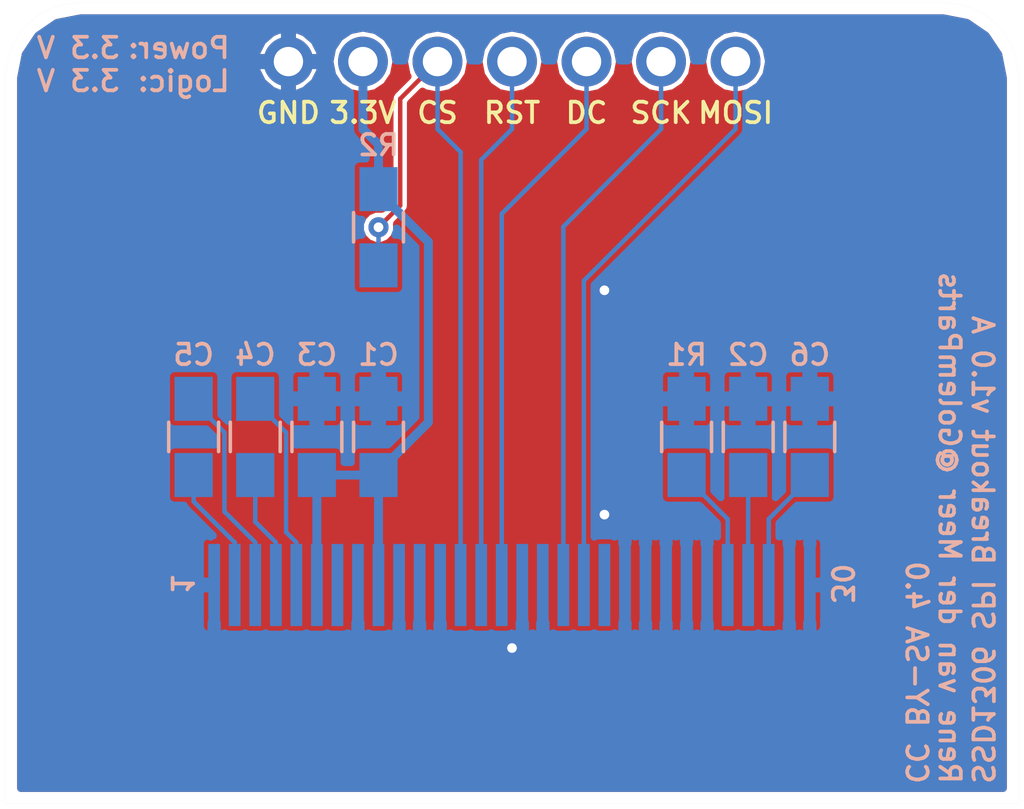
<source format=kicad_pcb>
(kicad_pcb (version 4) (host pcbnew 4.0.5)

  (general
    (links 40)
    (no_connects 0)
    (area 160.3 100.714266 195.200001 131.200001)
    (thickness 1.6002)
    (drawings 22)
    (tracks 74)
    (zones 0)
    (modules 13)
    (nets 15)
  )

  (page A4)
  (title_block
    (title "SSD1306 SPI Breakout v1.0")
    (date 2017-02-08)
    (rev A)
    (company "Rene van der Meer / rene@golemparts.com / @GolemParts")
    (comment 2 https://creativecommons.org/licenses/by-sa/4.0/.)
    (comment 3 "License. To view a copy of this license, visit")
    (comment 4 "This work is licensed under the Creative Commons Attribution-ShareAlike 4.0 International")
  )

  (layers
    (0 Top signal)
    (31 Bottom signal)
    (34 B.Paste user)
    (35 F.Paste user)
    (36 B.SilkS user)
    (37 F.SilkS user)
    (38 B.Mask user)
    (39 F.Mask user)
    (41 Cmts.User user)
    (44 Edge.Cuts user)
  )

  (setup
    (last_trace_width 0.1524)
    (user_trace_width 0.3048)
    (trace_clearance 0.1524)
    (zone_clearance 0.1524)
    (zone_45_only yes)
    (trace_min 0.1524)
    (segment_width 0.0254)
    (edge_width 0.0254)
    (via_size 0.6858)
    (via_drill 0.3302)
    (via_min_size 0.6858)
    (via_min_drill 0.3302)
    (uvia_size 0.762)
    (uvia_drill 0.508)
    (uvias_allowed no)
    (uvia_min_size 0)
    (uvia_min_drill 0)
    (pcb_text_width 0.3)
    (pcb_text_size 1.5 1.5)
    (mod_edge_width 0.15)
    (mod_text_size 1 1)
    (mod_text_width 0.15)
    (pad_size 0.6858 0.6858)
    (pad_drill 0.3302)
    (pad_to_mask_clearance 0.0762)
    (aux_axis_origin 0 0)
    (visible_elements FFFFFF7F)
    (pcbplotparams
      (layerselection 0x00030_80000001)
      (usegerberextensions false)
      (excludeedgelayer true)
      (linewidth 0.100000)
      (plotframeref false)
      (viasonmask false)
      (mode 1)
      (useauxorigin false)
      (hpglpennumber 1)
      (hpglpenspeed 20)
      (hpglpendiameter 15)
      (hpglpenoverlay 2)
      (psnegative false)
      (psa4output false)
      (plotreference true)
      (plotvalue true)
      (plotinvisibletext false)
      (padsonsilk false)
      (subtractmaskfromsilk false)
      (outputformat 1)
      (mirror false)
      (drillshape 1)
      (scaleselection 1)
      (outputdirectory ""))
  )

  (net 0 "")
  (net 1 +3V3)
  (net 2 GND)
  (net 3 "Net-(C2-Pad1)")
  (net 4 "Net-(C4-Pad1)")
  (net 5 "Net-(C4-Pad2)")
  (net 6 "Net-(C5-Pad1)")
  (net 7 "Net-(C5-Pad2)")
  (net 8 "Net-(C6-Pad1)")
  (net 9 /MOSI)
  (net 10 /SCK)
  (net 11 /OLED_CS)
  (net 12 /OLED_DC)
  (net 13 /OLED_RST)
  (net 14 "Net-(R1-Pad1)")

  (net_class Default "This is the default net class."
    (clearance 0.1524)
    (trace_width 0.1524)
    (via_dia 0.6858)
    (via_drill 0.3302)
    (uvia_dia 0.762)
    (uvia_drill 0.508)
    (add_net +3V3)
    (add_net /MOSI)
    (add_net /OLED_CS)
    (add_net /OLED_DC)
    (add_net /OLED_RST)
    (add_net /SCK)
    (add_net GND)
    (add_net "Net-(C2-Pad1)")
    (add_net "Net-(C4-Pad1)")
    (add_net "Net-(C4-Pad2)")
    (add_net "Net-(C5-Pad1)")
    (add_net "Net-(C5-Pad2)")
    (add_net "Net-(C6-Pad1)")
    (add_net "Net-(R1-Pad1)")
  )

  (module Golemparts:VIA-0.6mm (layer Top) (tedit 589FBBD2) (tstamp 589FBB98)
    (at 177.35 125.45)
    (fp_text reference REF** (at 0 1.27) (layer F.SilkS) hide
      (effects (font (size 1 1) (thickness 0.15)))
    )
    (fp_text value VIA-0.6mm (at 0 -1.27) (layer F.Fab) hide
      (effects (font (size 1 1) (thickness 0.15)))
    )
    (pad 1 thru_hole circle (at 0.4 0.25) (size 0.6858 0.6858) (drill 0.3302) (layers *.Cu)
      (net 2 GND) (zone_connect 2))
  )

  (module Golemparts:VIA-0.6mm (layer Top) (tedit 589F6A75) (tstamp 589FB957)
    (at 180.9 113.5)
    (fp_text reference REF** (at 0 1.27) (layer F.SilkS) hide
      (effects (font (size 1 1) (thickness 0.15)))
    )
    (fp_text value VIA-0.6mm (at 0 -1.27) (layer F.Fab) hide
      (effects (font (size 1 1) (thickness 0.15)))
    )
    (pad 1 thru_hole circle (at 0 0) (size 0.6858 0.6858) (drill 0.3302) (layers *.Cu)
      (net 2 GND) (zone_connect 2))
  )

  (module Golemparts:VIA-0.6mm (layer Top) (tedit 589FBB44) (tstamp 589FB571)
    (at 180.9 121.15)
    (fp_text reference REF** (at 0 1.27) (layer F.SilkS) hide
      (effects (font (size 1 1) (thickness 0.15)))
    )
    (fp_text value VIA-0.6mm (at 0 -1.27) (layer F.Fab) hide
      (effects (font (size 1 1) (thickness 0.15)))
    )
    (pad 1 thru_hole circle (at 0 0) (size 0.6858 0.6858) (drill 0.3302) (layers *.Cu)
      (net 2 GND) (zone_connect 2))
  )

  (module Golemparts:0805_HandSoldering (layer Bottom) (tedit 58A1D21F) (tstamp 589E05AF)
    (at 173.2 118.5 90)
    (descr "SMD 0805, hand soldering")
    (tags 0805)
    (path /5894825D)
    (attr smd)
    (fp_text reference C1 (at 2.8 0 180) (layer B.SilkS)
      (effects (font (size 0.7 0.7) (thickness 0.127)) (justify mirror))
    )
    (fp_text value 1µF (at 0 -2.1 90) (layer B.Fab) hide
      (effects (font (size 1 1) (thickness 0.15)) (justify mirror))
    )
    (fp_line (start -1 -0.625) (end -1 0.625) (layer B.Fab) (width 0.1))
    (fp_line (start 1 -0.625) (end -1 -0.625) (layer B.Fab) (width 0.1))
    (fp_line (start 1 0.625) (end 1 -0.625) (layer B.Fab) (width 0.1))
    (fp_line (start -1 0.625) (end 1 0.625) (layer B.Fab) (width 0.1))
    (fp_line (start -2.3 1) (end 2.3 1) (layer B.CrtYd) (width 0.05))
    (fp_line (start -2.3 -1) (end 2.3 -1) (layer B.CrtYd) (width 0.05))
    (fp_line (start -2.3 1) (end -2.3 -1) (layer B.CrtYd) (width 0.05))
    (fp_line (start 2.3 1) (end 2.3 -1) (layer B.CrtYd) (width 0.05))
    (fp_line (start 0.5 0.85) (end -0.5 0.85) (layer B.SilkS) (width 0.12))
    (fp_line (start -0.5 -0.85) (end 0.5 -0.85) (layer B.SilkS) (width 0.12))
    (pad 1 smd rect (at -1.3 0 90) (size 1.5 1.3) (layers Bottom B.Paste B.Mask)
      (net 1 +3V3))
    (pad 2 smd rect (at 1.3 0 90) (size 1.5 1.3) (layers Bottom B.Paste B.Mask)
      (net 2 GND))
    (model Capacitors_SMD.3dshapes/C_0805_HandSoldering.wrl
      (at (xyz 0 0 0))
      (scale (xyz 1 1 1))
      (rotate (xyz 0 0 0))
    )
  )

  (module Golemparts:0805_HandSoldering (layer Bottom) (tedit 58A1D213) (tstamp 589E05BE)
    (at 185.8 118.5 90)
    (descr "SMD 0805, hand soldering")
    (tags 0805)
    (path /58948287)
    (attr smd)
    (fp_text reference C2 (at 2.8 0 180) (layer B.SilkS)
      (effects (font (size 0.7 0.7) (thickness 0.127)) (justify mirror))
    )
    (fp_text value 2.2µF (at 0 -2.1 90) (layer B.Fab) hide
      (effects (font (size 1 1) (thickness 0.15)) (justify mirror))
    )
    (fp_line (start -1 -0.625) (end -1 0.625) (layer B.Fab) (width 0.1))
    (fp_line (start 1 -0.625) (end -1 -0.625) (layer B.Fab) (width 0.1))
    (fp_line (start 1 0.625) (end 1 -0.625) (layer B.Fab) (width 0.1))
    (fp_line (start -1 0.625) (end 1 0.625) (layer B.Fab) (width 0.1))
    (fp_line (start -2.3 1) (end 2.3 1) (layer B.CrtYd) (width 0.05))
    (fp_line (start -2.3 -1) (end 2.3 -1) (layer B.CrtYd) (width 0.05))
    (fp_line (start -2.3 1) (end -2.3 -1) (layer B.CrtYd) (width 0.05))
    (fp_line (start 2.3 1) (end 2.3 -1) (layer B.CrtYd) (width 0.05))
    (fp_line (start 0.5 0.85) (end -0.5 0.85) (layer B.SilkS) (width 0.12))
    (fp_line (start -0.5 -0.85) (end 0.5 -0.85) (layer B.SilkS) (width 0.12))
    (pad 1 smd rect (at -1.3 0 90) (size 1.5 1.3) (layers Bottom B.Paste B.Mask)
      (net 3 "Net-(C2-Pad1)"))
    (pad 2 smd rect (at 1.3 0 90) (size 1.5 1.3) (layers Bottom B.Paste B.Mask)
      (net 2 GND))
    (model Capacitors_SMD.3dshapes/C_0805_HandSoldering.wrl
      (at (xyz 0 0 0))
      (scale (xyz 1 1 1))
      (rotate (xyz 0 0 0))
    )
  )

  (module Golemparts:0805_HandSoldering (layer Bottom) (tedit 58A1D223) (tstamp 589E05CD)
    (at 171.1 118.5 90)
    (descr "SMD 0805, hand soldering")
    (tags 0805)
    (path /58948227)
    (attr smd)
    (fp_text reference C3 (at 2.8 0 180) (layer B.SilkS)
      (effects (font (size 0.7 0.7) (thickness 0.127)) (justify mirror))
    )
    (fp_text value 1µF (at 0 -2.1 90) (layer B.Fab) hide
      (effects (font (size 1 1) (thickness 0.15)) (justify mirror))
    )
    (fp_line (start -1 -0.625) (end -1 0.625) (layer B.Fab) (width 0.1))
    (fp_line (start 1 -0.625) (end -1 -0.625) (layer B.Fab) (width 0.1))
    (fp_line (start 1 0.625) (end 1 -0.625) (layer B.Fab) (width 0.1))
    (fp_line (start -1 0.625) (end 1 0.625) (layer B.Fab) (width 0.1))
    (fp_line (start -2.3 1) (end 2.3 1) (layer B.CrtYd) (width 0.05))
    (fp_line (start -2.3 -1) (end 2.3 -1) (layer B.CrtYd) (width 0.05))
    (fp_line (start -2.3 1) (end -2.3 -1) (layer B.CrtYd) (width 0.05))
    (fp_line (start 2.3 1) (end 2.3 -1) (layer B.CrtYd) (width 0.05))
    (fp_line (start 0.5 0.85) (end -0.5 0.85) (layer B.SilkS) (width 0.12))
    (fp_line (start -0.5 -0.85) (end 0.5 -0.85) (layer B.SilkS) (width 0.12))
    (pad 1 smd rect (at -1.3 0 90) (size 1.5 1.3) (layers Bottom B.Paste B.Mask)
      (net 1 +3V3))
    (pad 2 smd rect (at 1.3 0 90) (size 1.5 1.3) (layers Bottom B.Paste B.Mask)
      (net 2 GND))
    (model Capacitors_SMD.3dshapes/C_0805_HandSoldering.wrl
      (at (xyz 0 0 0))
      (scale (xyz 1 1 1))
      (rotate (xyz 0 0 0))
    )
  )

  (module Golemparts:0805_HandSoldering (layer Bottom) (tedit 58A1D228) (tstamp 589E05DC)
    (at 169 118.5 90)
    (descr "SMD 0805, hand soldering")
    (tags 0805)
    (path /58948281)
    (attr smd)
    (fp_text reference C4 (at 2.8 0 180) (layer B.SilkS)
      (effects (font (size 0.7 0.7) (thickness 0.127)) (justify mirror))
    )
    (fp_text value 1µF (at 0 -2.1 90) (layer B.Fab) hide
      (effects (font (size 1 1) (thickness 0.15)) (justify mirror))
    )
    (fp_line (start -1 -0.625) (end -1 0.625) (layer B.Fab) (width 0.1))
    (fp_line (start 1 -0.625) (end -1 -0.625) (layer B.Fab) (width 0.1))
    (fp_line (start 1 0.625) (end 1 -0.625) (layer B.Fab) (width 0.1))
    (fp_line (start -1 0.625) (end 1 0.625) (layer B.Fab) (width 0.1))
    (fp_line (start -2.3 1) (end 2.3 1) (layer B.CrtYd) (width 0.05))
    (fp_line (start -2.3 -1) (end 2.3 -1) (layer B.CrtYd) (width 0.05))
    (fp_line (start -2.3 1) (end -2.3 -1) (layer B.CrtYd) (width 0.05))
    (fp_line (start 2.3 1) (end 2.3 -1) (layer B.CrtYd) (width 0.05))
    (fp_line (start 0.5 0.85) (end -0.5 0.85) (layer B.SilkS) (width 0.12))
    (fp_line (start -0.5 -0.85) (end 0.5 -0.85) (layer B.SilkS) (width 0.12))
    (pad 1 smd rect (at -1.3 0 90) (size 1.5 1.3) (layers Bottom B.Paste B.Mask)
      (net 4 "Net-(C4-Pad1)"))
    (pad 2 smd rect (at 1.3 0 90) (size 1.5 1.3) (layers Bottom B.Paste B.Mask)
      (net 5 "Net-(C4-Pad2)"))
    (model Capacitors_SMD.3dshapes/C_0805_HandSoldering.wrl
      (at (xyz 0 0 0))
      (scale (xyz 1 1 1))
      (rotate (xyz 0 0 0))
    )
  )

  (module Golemparts:0805_HandSoldering (layer Bottom) (tedit 58A1D20D) (tstamp 589E05EB)
    (at 166.9 118.5 90)
    (descr "SMD 0805, hand soldering")
    (tags 0805)
    (path /589482B5)
    (attr smd)
    (fp_text reference C5 (at 2.8 0 180) (layer B.SilkS)
      (effects (font (size 0.7 0.7) (thickness 0.127)) (justify mirror))
    )
    (fp_text value 1µF (at 0 -2.1 90) (layer B.Fab) hide
      (effects (font (size 1 1) (thickness 0.15)) (justify mirror))
    )
    (fp_line (start -1 -0.625) (end -1 0.625) (layer B.Fab) (width 0.1))
    (fp_line (start 1 -0.625) (end -1 -0.625) (layer B.Fab) (width 0.1))
    (fp_line (start 1 0.625) (end 1 -0.625) (layer B.Fab) (width 0.1))
    (fp_line (start -1 0.625) (end 1 0.625) (layer B.Fab) (width 0.1))
    (fp_line (start -2.3 1) (end 2.3 1) (layer B.CrtYd) (width 0.05))
    (fp_line (start -2.3 -1) (end 2.3 -1) (layer B.CrtYd) (width 0.05))
    (fp_line (start -2.3 1) (end -2.3 -1) (layer B.CrtYd) (width 0.05))
    (fp_line (start 2.3 1) (end 2.3 -1) (layer B.CrtYd) (width 0.05))
    (fp_line (start 0.5 0.85) (end -0.5 0.85) (layer B.SilkS) (width 0.12))
    (fp_line (start -0.5 -0.85) (end 0.5 -0.85) (layer B.SilkS) (width 0.12))
    (pad 1 smd rect (at -1.3 0 90) (size 1.5 1.3) (layers Bottom B.Paste B.Mask)
      (net 6 "Net-(C5-Pad1)"))
    (pad 2 smd rect (at 1.3 0 90) (size 1.5 1.3) (layers Bottom B.Paste B.Mask)
      (net 7 "Net-(C5-Pad2)"))
    (model Capacitors_SMD.3dshapes/C_0805_HandSoldering.wrl
      (at (xyz 0 0 0))
      (scale (xyz 1 1 1))
      (rotate (xyz 0 0 0))
    )
  )

  (module Golemparts:0805_HandSoldering (layer Bottom) (tedit 58A1D218) (tstamp 589E05FA)
    (at 187.9 118.5 90)
    (descr "SMD 0805, hand soldering")
    (tags 0805)
    (path /589482BB)
    (attr smd)
    (fp_text reference C6 (at 2.8 0 180) (layer B.SilkS)
      (effects (font (size 0.7 0.7) (thickness 0.127)) (justify mirror))
    )
    (fp_text value 4.7µF (at 0 -2.1 90) (layer B.Fab) hide
      (effects (font (size 1 1) (thickness 0.15)) (justify mirror))
    )
    (fp_line (start -1 -0.625) (end -1 0.625) (layer B.Fab) (width 0.1))
    (fp_line (start 1 -0.625) (end -1 -0.625) (layer B.Fab) (width 0.1))
    (fp_line (start 1 0.625) (end 1 -0.625) (layer B.Fab) (width 0.1))
    (fp_line (start -1 0.625) (end 1 0.625) (layer B.Fab) (width 0.1))
    (fp_line (start -2.3 1) (end 2.3 1) (layer B.CrtYd) (width 0.05))
    (fp_line (start -2.3 -1) (end 2.3 -1) (layer B.CrtYd) (width 0.05))
    (fp_line (start -2.3 1) (end -2.3 -1) (layer B.CrtYd) (width 0.05))
    (fp_line (start 2.3 1) (end 2.3 -1) (layer B.CrtYd) (width 0.05))
    (fp_line (start 0.5 0.85) (end -0.5 0.85) (layer B.SilkS) (width 0.12))
    (fp_line (start -0.5 -0.85) (end 0.5 -0.85) (layer B.SilkS) (width 0.12))
    (pad 1 smd rect (at -1.3 0 90) (size 1.5 1.3) (layers Bottom B.Paste B.Mask)
      (net 8 "Net-(C6-Pad1)"))
    (pad 2 smd rect (at 1.3 0 90) (size 1.5 1.3) (layers Bottom B.Paste B.Mask)
      (net 2 GND))
    (model Capacitors_SMD.3dshapes/C_0805_HandSoldering.wrl
      (at (xyz 0 0 0))
      (scale (xyz 1 1 1))
      (rotate (xyz 0 0 0))
    )
  )

  (module Golemparts:0805_HandSoldering (layer Bottom) (tedit 58A1D209) (tstamp 589E0609)
    (at 183.7 118.5 90)
    (descr "SMD 0805, hand soldering")
    (tags 0805)
    (path /58948127)
    (attr smd)
    (fp_text reference R1 (at 2.8 0 180) (layer B.SilkS)
      (effects (font (size 0.7 0.7) (thickness 0.127)) (justify mirror))
    )
    (fp_text value 390k (at 0 -2.1 90) (layer B.Fab) hide
      (effects (font (size 1 1) (thickness 0.15)) (justify mirror))
    )
    (fp_line (start -1 -0.625) (end -1 0.625) (layer B.Fab) (width 0.1))
    (fp_line (start 1 -0.625) (end -1 -0.625) (layer B.Fab) (width 0.1))
    (fp_line (start 1 0.625) (end 1 -0.625) (layer B.Fab) (width 0.1))
    (fp_line (start -1 0.625) (end 1 0.625) (layer B.Fab) (width 0.1))
    (fp_line (start -2.3 1) (end 2.3 1) (layer B.CrtYd) (width 0.05))
    (fp_line (start -2.3 -1) (end 2.3 -1) (layer B.CrtYd) (width 0.05))
    (fp_line (start -2.3 1) (end -2.3 -1) (layer B.CrtYd) (width 0.05))
    (fp_line (start 2.3 1) (end 2.3 -1) (layer B.CrtYd) (width 0.05))
    (fp_line (start 0.5 0.85) (end -0.5 0.85) (layer B.SilkS) (width 0.12))
    (fp_line (start -0.5 -0.85) (end 0.5 -0.85) (layer B.SilkS) (width 0.12))
    (pad 1 smd rect (at -1.3 0 90) (size 1.5 1.3) (layers Bottom B.Paste B.Mask)
      (net 14 "Net-(R1-Pad1)"))
    (pad 2 smd rect (at 1.3 0 90) (size 1.5 1.3) (layers Bottom B.Paste B.Mask)
      (net 2 GND))
    (model Capacitors_SMD.3dshapes/C_0805_HandSoldering.wrl
      (at (xyz 0 0 0))
      (scale (xyz 1 1 1))
      (rotate (xyz 0 0 0))
    )
  )

  (module Golemparts:0805_HandSoldering (layer Bottom) (tedit 58A1D200) (tstamp 589E0618)
    (at 173.2 111.35 90)
    (descr "SMD 0805, hand soldering")
    (tags 0805)
    (path /589DA6EB)
    (attr smd)
    (fp_text reference R2 (at 2.8 0 180) (layer B.SilkS)
      (effects (font (size 0.7 0.7) (thickness 0.127)) (justify mirror))
    )
    (fp_text value 10k (at 0 -2.1 90) (layer B.Fab) hide
      (effects (font (size 1 1) (thickness 0.15)) (justify mirror))
    )
    (fp_line (start -1 -0.625) (end -1 0.625) (layer B.Fab) (width 0.1))
    (fp_line (start 1 -0.625) (end -1 -0.625) (layer B.Fab) (width 0.1))
    (fp_line (start 1 0.625) (end 1 -0.625) (layer B.Fab) (width 0.1))
    (fp_line (start -1 0.625) (end 1 0.625) (layer B.Fab) (width 0.1))
    (fp_line (start -2.3 1) (end 2.3 1) (layer B.CrtYd) (width 0.05))
    (fp_line (start -2.3 -1) (end 2.3 -1) (layer B.CrtYd) (width 0.05))
    (fp_line (start -2.3 1) (end -2.3 -1) (layer B.CrtYd) (width 0.05))
    (fp_line (start 2.3 1) (end 2.3 -1) (layer B.CrtYd) (width 0.05))
    (fp_line (start 0.5 0.85) (end -0.5 0.85) (layer B.SilkS) (width 0.12))
    (fp_line (start -0.5 -0.85) (end 0.5 -0.85) (layer B.SilkS) (width 0.12))
    (pad 1 smd rect (at -1.3 0 90) (size 1.5 1.3) (layers Bottom B.Paste B.Mask)
      (net 11 /OLED_CS))
    (pad 2 smd rect (at 1.3 0 90) (size 1.5 1.3) (layers Bottom B.Paste B.Mask)
      (net 1 +3V3))
    (model Capacitors_SMD.3dshapes/C_0805_HandSoldering.wrl
      (at (xyz 0 0 0))
      (scale (xyz 1 1 1))
      (rotate (xyz 0 0 0))
    )
  )

  (module Golemparts:Pin_Header_Straight_1x07_Pitch2.54mm (layer Top) (tedit 58A1D1FB) (tstamp 589DDD1D)
    (at 177.75 105.7 90)
    (descr "Through hole straight pin header, 1x07, 2.54mm pitch, single row")
    (tags "Through hole pin header THT 1x07 2.54mm single row")
    (path /5894BC72)
    (fp_text reference P1 (at 0 -10.414 90) (layer F.SilkS) hide
      (effects (font (size 1 1) (thickness 0.15)))
    )
    (fp_text value CONN_01X07 (at 0 10.16 90) (layer F.Fab) hide
      (effects (font (size 1 1) (thickness 0.15)))
    )
    (fp_line (start -1.27 -8.89) (end -1.27 8.89) (layer F.Fab) (width 0.1))
    (fp_line (start -1.27 8.89) (end 1.27 8.89) (layer F.Fab) (width 0.1))
    (fp_line (start 1.27 8.89) (end 1.27 -8.89) (layer F.Fab) (width 0.1))
    (fp_line (start 1.27 -8.89) (end -1.27 -8.89) (layer F.Fab) (width 0.1))
    (fp_line (start -1.524 -9.144) (end -1.524 9.144) (layer F.CrtYd) (width 0.05))
    (fp_line (start -1.524 9.144) (end 1.524 9.144) (layer F.CrtYd) (width 0.05))
    (fp_line (start 1.524 9.144) (end 1.524 -9.144) (layer F.CrtYd) (width 0.05))
    (fp_line (start 1.524 -9.144) (end -1.524 -9.144) (layer F.CrtYd) (width 0.05))
    (pad 1 thru_hole oval (at 0 -7.62 90) (size 1.7 1.7) (drill 1) (layers *.Cu *.Mask)
      (net 2 GND))
    (pad 2 thru_hole oval (at 0 -5.08 90) (size 1.7 1.7) (drill 1) (layers *.Cu *.Mask)
      (net 1 +3V3))
    (pad 3 thru_hole oval (at 0 -2.54 90) (size 1.7 1.7) (drill 1) (layers *.Cu *.Mask)
      (net 11 /OLED_CS))
    (pad 4 thru_hole oval (at 0 0 90) (size 1.7 1.7) (drill 1) (layers *.Cu *.Mask)
      (net 13 /OLED_RST))
    (pad 5 thru_hole oval (at 0 2.54 90) (size 1.7 1.7) (drill 1) (layers *.Cu *.Mask)
      (net 12 /OLED_DC))
    (pad 6 thru_hole oval (at 0 5.08 90) (size 1.7 1.7) (drill 1) (layers *.Cu *.Mask)
      (net 10 /SCK))
    (pad 7 thru_hole oval (at 0 7.62 90) (size 1.7 1.7) (drill 1) (layers *.Cu *.Mask)
      (net 9 /MOSI))
    (model Pin_Headers.3dshapes/Pin_Header_Straight_1x05_Pitch2.54mm.wrl
      (at (xyz 0 -0.2 0))
      (scale (xyz 1 1 1))
      (rotate (xyz 0 0 90))
    )
  )

  (module Golemparts:FPC30_0.7 (layer Bottom) (tedit 58A1DD26) (tstamp 589DCD29)
    (at 177.75 123.55)
    (tags "FPC FFC flat flex cable flexible printed circuit 30 0.7 mm")
    (path /58951FBF)
    (fp_text reference U1 (at 0.35 -3.81) (layer B.SilkS) hide
      (effects (font (size 1 1) (thickness 0.15)) (justify mirror))
    )
    (fp_text value ER-OLED013-1 (at 0.35 5.08) (layer B.Fab)
      (effects (font (size 1 1) (thickness 0.15)) (justify mirror))
    )
    (pad 1 smd rect (at -10.15 0) (size 0.4 2.8) (layers Bottom B.Paste B.Mask)
      (net 2 GND))
    (pad 2 smd rect (at -9.45 0) (size 0.4 2.8) (layers Bottom B.Paste B.Mask)
      (net 6 "Net-(C5-Pad1)"))
    (pad 3 smd rect (at -8.75 0) (size 0.4 2.8) (layers Bottom B.Paste B.Mask)
      (net 7 "Net-(C5-Pad2)"))
    (pad 4 smd rect (at -8.05 0) (size 0.4 2.8) (layers Bottom B.Paste B.Mask)
      (net 4 "Net-(C4-Pad1)"))
    (pad 5 smd rect (at -7.35 0) (size 0.4 2.8) (layers Bottom B.Paste B.Mask)
      (net 5 "Net-(C4-Pad2)"))
    (pad 6 smd rect (at -6.65 0) (size 0.4 2.8) (layers Bottom B.Paste B.Mask)
      (net 1 +3V3))
    (pad 7 smd rect (at -5.95 0) (size 0.4 2.8) (layers Bottom B.Paste B.Mask))
    (pad 8 smd rect (at -5.25 0) (size 0.4 2.8) (layers Bottom B.Paste B.Mask)
      (net 2 GND))
    (pad 9 smd rect (at -4.55 0) (size 0.4 2.8) (layers Bottom B.Paste B.Mask)
      (net 1 +3V3))
    (pad 10 smd rect (at -3.85 0) (size 0.4 2.8) (layers Bottom B.Paste B.Mask)
      (net 2 GND))
    (pad 11 smd rect (at -3.15 0) (size 0.4 2.8) (layers Bottom B.Paste B.Mask)
      (net 2 GND))
    (pad 12 smd rect (at -2.45 0) (size 0.4 2.8) (layers Bottom B.Paste B.Mask)
      (net 2 GND))
    (pad 13 smd rect (at -1.75 0) (size 0.4 2.8) (layers Bottom B.Paste B.Mask)
      (net 11 /OLED_CS))
    (pad 14 smd rect (at -1.05 0) (size 0.4 2.8) (layers Bottom B.Paste B.Mask)
      (net 13 /OLED_RST))
    (pad 15 smd rect (at -0.35 0) (size 0.4 2.8) (layers Bottom B.Paste B.Mask)
      (net 12 /OLED_DC))
    (pad 16 smd rect (at 0.35 0) (size 0.4 2.8) (layers Bottom B.Paste B.Mask)
      (net 2 GND))
    (pad 17 smd rect (at 1.05 0) (size 0.4 2.8) (layers Bottom B.Paste B.Mask)
      (net 2 GND))
    (pad 18 smd rect (at 1.75 0) (size 0.4 2.8) (layers Bottom B.Paste B.Mask)
      (net 10 /SCK))
    (pad 19 smd rect (at 2.45 0) (size 0.4 2.8) (layers Bottom B.Paste B.Mask)
      (net 9 /MOSI))
    (pad 20 smd rect (at 3.15 0) (size 0.4 2.8) (layers Bottom B.Paste B.Mask))
    (pad 21 smd rect (at 3.85 0) (size 0.4 2.8) (layers Bottom B.Paste B.Mask)
      (net 2 GND))
    (pad 22 smd rect (at 4.55 0) (size 0.4 2.8) (layers Bottom B.Paste B.Mask)
      (net 2 GND))
    (pad 23 smd rect (at 5.25 0) (size 0.4 2.8) (layers Bottom B.Paste B.Mask)
      (net 2 GND))
    (pad 24 smd rect (at 5.95 0) (size 0.4 2.8) (layers Bottom B.Paste B.Mask)
      (net 2 GND))
    (pad 25 smd rect (at 6.65 0) (size 0.4 2.8) (layers Bottom B.Paste B.Mask)
      (net 2 GND))
    (pad 26 smd rect (at 7.35 0) (size 0.4 2.8) (layers Bottom B.Paste B.Mask)
      (net 14 "Net-(R1-Pad1)"))
    (pad 27 smd rect (at 8.05 0) (size 0.4 2.8) (layers Bottom B.Paste B.Mask)
      (net 3 "Net-(C2-Pad1)"))
    (pad 28 smd rect (at 8.75 0) (size 0.4 2.8) (layers Bottom B.Paste B.Mask)
      (net 8 "Net-(C6-Pad1)"))
    (pad 29 smd rect (at 9.45 0) (size 0.4 2.8) (layers Bottom B.Paste B.Mask)
      (net 2 GND))
    (pad 30 smd rect (at 10.15 0) (size 0.4 2.8) (layers Bottom B.Paste B.Mask)
      (net 2 GND))
  )

  (gr_text 30 (at 189 123.5 270) (layer B.SilkS) (tstamp 589F63CB)
    (effects (font (size 0.7 0.7) (thickness 0.127)) (justify mirror))
  )
  (gr_text 1 (at 166.5 123.5 270) (layer B.SilkS)
    (effects (font (size 0.7 0.7) (thickness 0.127)) (justify mirror))
  )
  (gr_text "SSD1306 SPI Breakout v1.0 A\nRene van der Meer @GolemParts\nCC BY-SA 4.0\n " (at 192.1 130.4 270) (layer B.SilkS)
    (effects (font (size 0.7 0.7) (thickness 0.127)) (justify left mirror))
  )
  (gr_text "3.3 V\n3.3 V" (at 164.45 105.8) (layer B.SilkS) (tstamp 589F61F4)
    (effects (font (size 0.7 0.7) (thickness 0.127)) (justify left mirror))
  )
  (gr_text "Power:\nLogic:" (at 168.2 105.8) (layer B.SilkS)
    (effects (font (size 0.7 0.7) (thickness 0.127)) (justify left mirror))
  )
  (gr_arc (start 192.5 106.2) (end 195 106.2) (angle -90) (layer Edge.Cuts) (width 0.00254) (tstamp 589F49A6))
  (gr_arc (start 163 106.2) (end 160.5 106.2) (angle 90) (layer Edge.Cuts) (width 0.00254))
  (gr_line (start 195 106.2) (end 195 131) (layer Edge.Cuts) (width 0.00254))
  (gr_line (start 163 103.7) (end 192.5 103.7) (layer Edge.Cuts) (width 0.00254))
  (gr_line (start 160.5 131) (end 160.5 106.2) (layer Edge.Cuts) (width 0.00254))
  (gr_line (start 160.5 131) (end 195 131) (layer Edge.Cuts) (width 0.00254))
  (gr_line (start 160.5 131) (end 195 131) (layer Cmts.User) (width 0.0254) (tstamp 589DE5D9))
  (gr_line (start 195 108) (end 195 131) (layer Cmts.User) (width 0.0254) (tstamp 589DE5AA))
  (gr_line (start 160.5 108) (end 160.5 131) (layer Cmts.User) (width 0.0254))
  (gr_line (start 160.5 108) (end 195 108) (layer Cmts.User) (width 0.0254))
  (gr_text RST (at 177.75 107.45) (layer F.SilkS)
    (effects (font (size 0.7 0.7) (thickness 0.127)))
  )
  (gr_text DC (at 180.29 107.45) (layer F.SilkS)
    (effects (font (size 0.7 0.7) (thickness 0.127)))
  )
  (gr_text CS (at 175.21 107.45) (layer F.SilkS)
    (effects (font (size 0.7 0.7) (thickness 0.127)))
  )
  (gr_text SCK (at 182.83 107.45) (layer F.SilkS)
    (effects (font (size 0.7 0.7) (thickness 0.127)))
  )
  (gr_text MOSI (at 185.37 107.45) (layer F.SilkS)
    (effects (font (size 0.7 0.7) (thickness 0.127)))
  )
  (gr_text 3.3V (at 172.67 107.45) (layer F.SilkS)
    (effects (font (size 0.7 0.7) (thickness 0.127)))
  )
  (gr_text GND (at 170.13 107.45) (layer F.SilkS)
    (effects (font (size 0.7 0.7) (thickness 0.127)))
  )

  (segment (start 172.67 108) (end 172.67 105.7) (width 0.3048) (layer Bottom) (net 1) (status 20))
  (segment (start 173.2 110.05) (end 173.2 110.15) (width 0.3048) (layer Bottom) (net 1) (status 30))
  (segment (start 173.2 119.7) (end 173.2 119.8) (width 0.3048) (layer Bottom) (net 1) (status 30))
  (segment (start 173.2 110.15) (end 174.9 111.85) (width 0.3048) (layer Bottom) (net 1) (status 10))
  (segment (start 174.9 111.85) (end 174.9 118) (width 0.3048) (layer Bottom) (net 1))
  (segment (start 174.9 118) (end 173.2 119.7) (width 0.3048) (layer Bottom) (net 1) (status 20))
  (segment (start 171.1 119.8) (end 173.2 119.8) (width 0.3048) (layer Bottom) (net 1) (status 30))
  (segment (start 172.67 108) (end 173.2 108.53) (width 0.3048) (layer Bottom) (net 1))
  (segment (start 173.2 108.53) (end 173.2 110.05) (width 0.3048) (layer Bottom) (net 1) (status 20))
  (segment (start 173.2 119.5) (end 173.2 119.6) (width 0.3048) (layer Bottom) (net 1) (status 30))
  (segment (start 171.1 123.5) (end 171.1 119.6) (width 0.3048) (layer Bottom) (net 1) (status 30))
  (segment (start 173.2 123.5) (end 173.2 119.6) (width 0.3048) (layer Bottom) (net 1) (status 30))
  (segment (start 182.3 123.5) (end 182.3 125.0548) (width 0.3048) (layer Bottom) (net 2) (status 10))
  (segment (start 183 123.55) (end 183 125.05) (width 0.3048) (layer Bottom) (net 2) (status 10))
  (segment (start 183.7 123.55) (end 183.7 125.05) (width 0.3048) (layer Bottom) (net 2) (status 10))
  (segment (start 184.4 123.5) (end 184.4 125.0548) (width 0.3048) (layer Bottom) (net 2) (status 10))
  (segment (start 187.9 123.55) (end 187.9 125.05) (width 0.3048) (layer Bottom) (net 2) (status 10))
  (segment (start 187.2 123.55) (end 187.2 125.05) (width 0.3048) (layer Bottom) (net 2) (status 10))
  (segment (start 181.6 123.55) (end 181.6 125.05) (width 0.3048) (layer Bottom) (net 2) (status 10))
  (segment (start 178.8 123.55) (end 178.8 125.05) (width 0.3048) (layer Bottom) (net 2) (status 10))
  (segment (start 178.1 123.55) (end 178.1 125.05) (width 0.3048) (layer Bottom) (net 2) (status 10))
  (segment (start 174.6 123.55) (end 174.6 125.05) (width 0.3048) (layer Bottom) (net 2) (status 10))
  (segment (start 173.9 123.55) (end 173.9 125.05) (width 0.3048) (layer Bottom) (net 2) (status 10))
  (segment (start 172.5 123.55) (end 172.5 125.05) (width 0.3048) (layer Bottom) (net 2) (status 10))
  (segment (start 167.6 123.55) (end 167.6 125.05) (width 0.3048) (layer Bottom) (net 2) (status 10))
  (segment (start 175.3 123.55) (end 175.3 125.05) (width 0.3048) (layer Bottom) (net 2) (status 10))
  (segment (start 185.8 123.5) (end 185.8 119.6) (width 0.1524) (layer Bottom) (net 3) (status 30))
  (segment (start 169.7 122.0976) (end 169 121.3976) (width 0.1524) (layer Bottom) (net 4))
  (segment (start 169 121.3976) (end 169 119.6) (width 0.1524) (layer Bottom) (net 4) (status 20))
  (segment (start 169.7 123.5) (end 169.7 122.0976) (width 0.1524) (layer Bottom) (net 4) (status 10))
  (segment (start 170.05 121.7476) (end 170.05 118.35) (width 0.1524) (layer Bottom) (net 5))
  (segment (start 170.05 118.35) (end 169 117.3) (width 0.1524) (layer Bottom) (net 5) (status 20))
  (segment (start 169 117.3) (end 169 117.2) (width 0.1524) (layer Bottom) (net 5) (status 30))
  (segment (start 170.4 123.5) (end 170.4 122.0976) (width 0.1524) (layer Bottom) (net 5) (status 10))
  (segment (start 170.4 122.0976) (end 170.05 121.7476) (width 0.1524) (layer Bottom) (net 5))
  (segment (start 169 117.1) (end 169 117) (width 0.1524) (layer Bottom) (net 5) (status 30))
  (segment (start 168.3 122.09) (end 168.2876 122.09) (width 0.1524) (layer Bottom) (net 6))
  (segment (start 168.2876 122.09) (end 166.9 120.7024) (width 0.1524) (layer Bottom) (net 6))
  (segment (start 166.9 120.7024) (end 166.9 119.8) (width 0.1524) (layer Bottom) (net 6) (status 20))
  (segment (start 168.3 123.5) (end 168.3 122.09) (width 0.1524) (layer Bottom) (net 6) (status 10))
  (segment (start 166.9 120.5024) (end 166.9 119.6) (width 0.1524) (layer Bottom) (net 6) (status 30))
  (segment (start 167.95 121.0476) (end 167.95 118.35) (width 0.1524) (layer Bottom) (net 7))
  (segment (start 167.95 118.35) (end 166.9 117.3) (width 0.1524) (layer Bottom) (net 7) (status 20))
  (segment (start 166.9 117.3) (end 166.9 117.2) (width 0.1524) (layer Bottom) (net 7) (status 30))
  (segment (start 169 123.5) (end 169 122.0976) (width 0.1524) (layer Bottom) (net 7) (status 10))
  (segment (start 169 122.0976) (end 167.95 121.0476) (width 0.1524) (layer Bottom) (net 7))
  (segment (start 166.9 117.1) (end 166.9 117) (width 0.1524) (layer Bottom) (net 7) (status 30))
  (segment (start 187.9 119.8) (end 187.9 119.9) (width 0.1524) (layer Bottom) (net 8) (status 30))
  (segment (start 187.9 119.9) (end 186.5 121.3) (width 0.1524) (layer Bottom) (net 8) (status 10))
  (segment (start 186.5 121.3) (end 186.5 123.5) (width 0.1524) (layer Bottom) (net 8) (status 20))
  (segment (start 185.37 108) (end 185.37 105.7) (width 0.1524) (layer Bottom) (net 9) (status 20))
  (segment (start 180.2 123.5) (end 180.2 113.17) (width 0.1524) (layer Bottom) (net 9) (status 10))
  (segment (start 180.2 113.17) (end 185.37 108) (width 0.1524) (layer Bottom) (net 9))
  (segment (start 182.83 108) (end 182.83 105.7) (width 0.1524) (layer Bottom) (net 10) (status 20))
  (segment (start 179.5 123.5) (end 179.5 111.33) (width 0.1524) (layer Bottom) (net 10) (status 10))
  (segment (start 179.5 111.33) (end 182.83 108) (width 0.1524) (layer Bottom) (net 10))
  (segment (start 173.2 111.35) (end 173.94 110.61) (width 0.1524) (layer Top) (net 11))
  (segment (start 173.94 110.61) (end 173.94 106.97) (width 0.1524) (layer Top) (net 11))
  (segment (start 173.94 106.97) (end 175.21 105.7) (width 0.1524) (layer Top) (net 11) (status 20))
  (segment (start 175.21 108) (end 175.21 105.7) (width 0.1524) (layer Bottom) (net 11) (status 20))
  (segment (start 173.2 112.65) (end 173.2 111.35) (width 0.1524) (layer Bottom) (net 11) (status 10))
  (via (at 173.2 111.35) (size 0.6858) (drill 0.3302) (layers Top Bottom) (net 11))
  (segment (start 176 123.5) (end 176 108.79) (width 0.1524) (layer Bottom) (net 11) (status 10))
  (segment (start 176 108.79) (end 175.21 108) (width 0.1524) (layer Bottom) (net 11))
  (segment (start 180.29 108) (end 180.29 105.7) (width 0.1524) (layer Bottom) (net 12) (status 20))
  (segment (start 177.4 123.5) (end 177.4 110.89) (width 0.1524) (layer Bottom) (net 12) (status 10))
  (segment (start 177.4 110.89) (end 180.29 108) (width 0.1524) (layer Bottom) (net 12))
  (segment (start 177.75 108) (end 177.75 105.7) (width 0.1524) (layer Bottom) (net 13) (status 20))
  (segment (start 176.7 109.05) (end 177.75 108) (width 0.1524) (layer Bottom) (net 13))
  (segment (start 176.7 123.5) (end 176.7 109.05) (width 0.1524) (layer Bottom) (net 13) (status 10))
  (segment (start 183.7 119.8) (end 183.7 119.9) (width 0.1524) (layer Bottom) (net 14) (status 30))
  (segment (start 183.7 119.9) (end 185.1 121.3) (width 0.1524) (layer Bottom) (net 14) (status 10))
  (segment (start 185.1 121.3) (end 185.1 123.5) (width 0.1524) (layer Bottom) (net 14) (status 20))
  (segment (start 183.4 119.7) (end 183.4 119.6) (width 0.1524) (layer Bottom) (net 14) (status 30))

  (zone (net 2) (net_name GND) (layer Bottom) (tstamp 0) (hatch edge 0.508)
    (connect_pads (clearance 0.1524))
    (min_thickness 0.254)
    (fill yes (arc_segments 16) (thermal_gap 0.1524) (thermal_bridge_width 0.508))
    (polygon
      (pts
        (xy 160.5 103.6) (xy 160.3 131.2) (xy 195.2 131.2) (xy 195.2 103.6)
      )
    )
    (filled_polygon
      (pts
        (xy 193.25665 104.373957) (xy 193.900454 104.815083) (xy 194.329986 105.459381) (xy 194.4878 106.26059) (xy 194.4878 130.4798)
        (xy 161.0106 130.4798) (xy 161.0106 116.45) (xy 165.965127 116.45) (xy 165.965127 117.95) (xy 165.984609 118.053539)
        (xy 166.045801 118.148634) (xy 166.139168 118.212429) (xy 166.25 118.234873) (xy 167.331979 118.234873) (xy 167.5944 118.497294)
        (xy 167.5944 118.774118) (xy 167.55 118.765127) (xy 166.25 118.765127) (xy 166.146461 118.784609) (xy 166.051366 118.845801)
        (xy 165.987571 118.939168) (xy 165.965127 119.05) (xy 165.965127 120.55) (xy 165.984609 120.653539) (xy 166.045801 120.748634)
        (xy 166.139168 120.812429) (xy 166.25 120.834873) (xy 166.57075 120.834873) (xy 166.571468 120.838483) (xy 166.648553 120.953847)
        (xy 167.565306 121.8706) (xy 167.472998 121.8706) (xy 167.472998 121.913448) (xy 167.43015 121.8706) (xy 167.344424 121.8706)
        (xy 167.241733 121.913136) (xy 167.163136 121.991733) (xy 167.1206 122.094424) (xy 167.1206 123.35315) (xy 167.19045 123.423)
        (xy 167.373 123.423) (xy 167.373 123.677) (xy 167.19045 123.677) (xy 167.1206 123.74685) (xy 167.1206 125.005576)
        (xy 167.163136 125.108267) (xy 167.241733 125.186864) (xy 167.344424 125.2294) (xy 167.43015 125.2294) (xy 167.5 125.15955)
        (xy 167.5 124.827) (xy 167.7 124.827) (xy 167.7 125.15955) (xy 167.76985 125.2294) (xy 167.855576 125.2294)
        (xy 167.954211 125.188544) (xy 167.989168 125.212429) (xy 168.1 125.234873) (xy 168.5 125.234873) (xy 168.603539 125.215391)
        (xy 168.64987 125.185578) (xy 168.689168 125.212429) (xy 168.8 125.234873) (xy 169.2 125.234873) (xy 169.303539 125.215391)
        (xy 169.34987 125.185578) (xy 169.389168 125.212429) (xy 169.5 125.234873) (xy 169.9 125.234873) (xy 170.003539 125.215391)
        (xy 170.04987 125.185578) (xy 170.089168 125.212429) (xy 170.2 125.234873) (xy 170.6 125.234873) (xy 170.703539 125.215391)
        (xy 170.74987 125.185578) (xy 170.789168 125.212429) (xy 170.9 125.234873) (xy 171.3 125.234873) (xy 171.403539 125.215391)
        (xy 171.44987 125.185578) (xy 171.489168 125.212429) (xy 171.6 125.234873) (xy 172 125.234873) (xy 172.103539 125.215391)
        (xy 172.145467 125.188411) (xy 172.244424 125.2294) (xy 172.33015 125.2294) (xy 172.4 125.15955) (xy 172.4 124.827)
        (xy 172.6 124.827) (xy 172.6 125.15955) (xy 172.66985 125.2294) (xy 172.755576 125.2294) (xy 172.854211 125.188544)
        (xy 172.889168 125.212429) (xy 173 125.234873) (xy 173.4 125.234873) (xy 173.503539 125.215391) (xy 173.545467 125.188411)
        (xy 173.644424 125.2294) (xy 173.73015 125.2294) (xy 173.8 125.15955) (xy 173.8 124.827) (xy 174 124.827)
        (xy 174 125.15955) (xy 174.06985 125.2294) (xy 174.155576 125.2294) (xy 174.25 125.190288) (xy 174.344424 125.2294)
        (xy 174.43015 125.2294) (xy 174.5 125.15955) (xy 174.5 124.827) (xy 174.7 124.827) (xy 174.7 125.15955)
        (xy 174.76985 125.2294) (xy 174.855576 125.2294) (xy 174.95 125.190288) (xy 175.044424 125.2294) (xy 175.13015 125.2294)
        (xy 175.2 125.15955) (xy 175.2 124.827) (xy 175.4 124.827) (xy 175.4 125.15955) (xy 175.46985 125.2294)
        (xy 175.555576 125.2294) (xy 175.654211 125.188544) (xy 175.689168 125.212429) (xy 175.8 125.234873) (xy 176.2 125.234873)
        (xy 176.303539 125.215391) (xy 176.34987 125.185578) (xy 176.389168 125.212429) (xy 176.5 125.234873) (xy 176.9 125.234873)
        (xy 177.003539 125.215391) (xy 177.04987 125.185578) (xy 177.089168 125.212429) (xy 177.2 125.234873) (xy 177.6 125.234873)
        (xy 177.703539 125.215391) (xy 177.745467 125.188411) (xy 177.844424 125.2294) (xy 177.93015 125.2294) (xy 178 125.15955)
        (xy 178 124.827) (xy 178.2 124.827) (xy 178.2 125.15955) (xy 178.26985 125.2294) (xy 178.355576 125.2294)
        (xy 178.45 125.190288) (xy 178.544424 125.2294) (xy 178.63015 125.2294) (xy 178.7 125.15955) (xy 178.7 124.827)
        (xy 178.9 124.827) (xy 178.9 125.15955) (xy 178.96985 125.2294) (xy 179.055576 125.2294) (xy 179.154211 125.188544)
        (xy 179.189168 125.212429) (xy 179.3 125.234873) (xy 179.7 125.234873) (xy 179.803539 125.215391) (xy 179.84987 125.185578)
        (xy 179.889168 125.212429) (xy 180 125.234873) (xy 180.4 125.234873) (xy 180.503539 125.215391) (xy 180.54987 125.185578)
        (xy 180.589168 125.212429) (xy 180.7 125.234873) (xy 181.1 125.234873) (xy 181.203539 125.215391) (xy 181.245467 125.188411)
        (xy 181.344424 125.2294) (xy 181.43015 125.2294) (xy 181.5 125.15955) (xy 181.5 124.827) (xy 181.7 124.827)
        (xy 181.7 125.15955) (xy 181.76985 125.2294) (xy 181.855576 125.2294) (xy 181.95 125.190288) (xy 182.044424 125.2294)
        (xy 182.13015 125.2294) (xy 182.2 125.15955) (xy 182.2 124.827) (xy 182.4 124.827) (xy 182.4 125.15955)
        (xy 182.46985 125.2294) (xy 182.555576 125.2294) (xy 182.65 125.190288) (xy 182.744424 125.2294) (xy 182.83015 125.2294)
        (xy 182.9 125.15955) (xy 182.9 124.827) (xy 183.1 124.827) (xy 183.1 125.15955) (xy 183.16985 125.2294)
        (xy 183.255576 125.2294) (xy 183.35 125.190288) (xy 183.444424 125.2294) (xy 183.53015 125.2294) (xy 183.6 125.15955)
        (xy 183.6 124.827) (xy 183.8 124.827) (xy 183.8 125.15955) (xy 183.86985 125.2294) (xy 183.955576 125.2294)
        (xy 184.05 125.190288) (xy 184.144424 125.2294) (xy 184.23015 125.2294) (xy 184.3 125.15955) (xy 184.3 124.827)
        (xy 184.5 124.827) (xy 184.5 125.15955) (xy 184.56985 125.2294) (xy 184.655576 125.2294) (xy 184.754211 125.188544)
        (xy 184.789168 125.212429) (xy 184.9 125.234873) (xy 185.3 125.234873) (xy 185.403539 125.215391) (xy 185.44987 125.185578)
        (xy 185.489168 125.212429) (xy 185.6 125.234873) (xy 186 125.234873) (xy 186.103539 125.215391) (xy 186.14987 125.185578)
        (xy 186.189168 125.212429) (xy 186.3 125.234873) (xy 186.7 125.234873) (xy 186.803539 125.215391) (xy 186.845467 125.188411)
        (xy 186.944424 125.2294) (xy 187.03015 125.2294) (xy 187.1 125.15955) (xy 187.1 124.827) (xy 187.3 124.827)
        (xy 187.3 125.15955) (xy 187.36985 125.2294) (xy 187.455576 125.2294) (xy 187.55 125.190288) (xy 187.644424 125.2294)
        (xy 187.73015 125.2294) (xy 187.8 125.15955) (xy 187.8 124.827) (xy 188 124.827) (xy 188 125.15955)
        (xy 188.06985 125.2294) (xy 188.155576 125.2294) (xy 188.258267 125.186864) (xy 188.336864 125.108267) (xy 188.3794 125.005576)
        (xy 188.3794 123.74685) (xy 188.30955 123.677) (xy 188.127 123.677) (xy 188.127 123.423) (xy 188.30955 123.423)
        (xy 188.3794 123.35315) (xy 188.3794 122.094424) (xy 188.336864 121.991733) (xy 188.258267 121.913136) (xy 188.155576 121.8706)
        (xy 188.06985 121.8706) (xy 188 121.94045) (xy 188 122.172999) (xy 187.8 122.172023) (xy 187.8 121.94045)
        (xy 187.73015 121.8706) (xy 187.644424 121.8706) (xy 187.55 121.909712) (xy 187.455576 121.8706) (xy 187.36985 121.8706)
        (xy 187.3 121.94045) (xy 187.3 122.169584) (xy 187.1 122.168609) (xy 187.1 121.94045) (xy 187.03015 121.8706)
        (xy 186.944424 121.8706) (xy 186.8556 121.907392) (xy 186.8556 121.447294) (xy 187.468021 120.834873) (xy 188.55 120.834873)
        (xy 188.653539 120.815391) (xy 188.748634 120.754199) (xy 188.812429 120.660832) (xy 188.834873 120.55) (xy 188.834873 119.05)
        (xy 188.815391 118.946461) (xy 188.754199 118.851366) (xy 188.660832 118.787571) (xy 188.55 118.765127) (xy 187.25 118.765127)
        (xy 187.146461 118.784609) (xy 187.051366 118.845801) (xy 186.987571 118.939168) (xy 186.965127 119.05) (xy 186.965127 120.331979)
        (xy 186.731767 120.565339) (xy 186.734873 120.55) (xy 186.734873 119.05) (xy 186.715391 118.946461) (xy 186.654199 118.851366)
        (xy 186.560832 118.787571) (xy 186.45 118.765127) (xy 185.15 118.765127) (xy 185.046461 118.784609) (xy 184.951366 118.845801)
        (xy 184.887571 118.939168) (xy 184.865127 119.05) (xy 184.865127 120.55) (xy 184.867962 120.565068) (xy 184.634873 120.331979)
        (xy 184.634873 119.05) (xy 184.615391 118.946461) (xy 184.554199 118.851366) (xy 184.460832 118.787571) (xy 184.35 118.765127)
        (xy 183.05 118.765127) (xy 182.946461 118.784609) (xy 182.851366 118.845801) (xy 182.787571 118.939168) (xy 182.765127 119.05)
        (xy 182.765127 120.55) (xy 182.784609 120.653539) (xy 182.845801 120.748634) (xy 182.939168 120.812429) (xy 183.05 120.834873)
        (xy 184.131979 120.834873) (xy 184.7444 121.447294) (xy 184.7444 121.907392) (xy 184.655576 121.8706) (xy 184.56985 121.8706)
        (xy 184.5 121.94045) (xy 184.5 122.155926) (xy 184.3 122.15495) (xy 184.3 121.94045) (xy 184.23015 121.8706)
        (xy 184.144424 121.8706) (xy 184.05 121.909712) (xy 183.955576 121.8706) (xy 183.86985 121.8706) (xy 183.8 121.94045)
        (xy 183.8 122.152511) (xy 183.6 122.151536) (xy 183.6 121.94045) (xy 183.53015 121.8706) (xy 183.444424 121.8706)
        (xy 183.35 121.909712) (xy 183.255576 121.8706) (xy 183.16985 121.8706) (xy 183.1 121.94045) (xy 183.1 122.149097)
        (xy 182.9 122.148121) (xy 182.9 121.94045) (xy 182.83015 121.8706) (xy 182.744424 121.8706) (xy 182.65 121.909712)
        (xy 182.555576 121.8706) (xy 182.46985 121.8706) (xy 182.4 121.94045) (xy 182.4 122.145682) (xy 182.2 122.144706)
        (xy 182.2 121.94045) (xy 182.13015 121.8706) (xy 182.044424 121.8706) (xy 181.95 121.909712) (xy 181.855576 121.8706)
        (xy 181.76985 121.8706) (xy 181.7 121.94045) (xy 181.7 122.142267) (xy 181.5 122.141292) (xy 181.5 121.94045)
        (xy 181.43015 121.8706) (xy 181.344424 121.8706) (xy 181.245789 121.911456) (xy 181.210832 121.887571) (xy 181.1 121.865127)
        (xy 180.7 121.865127) (xy 180.596461 121.884609) (xy 180.5556 121.910902) (xy 180.5556 117.39685) (xy 182.7706 117.39685)
        (xy 182.7706 118.005576) (xy 182.813136 118.108267) (xy 182.891733 118.186864) (xy 182.994424 118.2294) (xy 183.50315 118.2294)
        (xy 183.573 118.15955) (xy 183.573 117.327) (xy 183.827 117.327) (xy 183.827 118.15955) (xy 183.89685 118.2294)
        (xy 184.405576 118.2294) (xy 184.508267 118.186864) (xy 184.586864 118.108267) (xy 184.6294 118.005576) (xy 184.6294 117.39685)
        (xy 184.8706 117.39685) (xy 184.8706 118.005576) (xy 184.913136 118.108267) (xy 184.991733 118.186864) (xy 185.094424 118.2294)
        (xy 185.60315 118.2294) (xy 185.673 118.15955) (xy 185.673 117.327) (xy 185.927 117.327) (xy 185.927 118.15955)
        (xy 185.99685 118.2294) (xy 186.505576 118.2294) (xy 186.608267 118.186864) (xy 186.686864 118.108267) (xy 186.7294 118.005576)
        (xy 186.7294 117.39685) (xy 186.9706 117.39685) (xy 186.9706 118.005576) (xy 187.013136 118.108267) (xy 187.091733 118.186864)
        (xy 187.194424 118.2294) (xy 187.70315 118.2294) (xy 187.773 118.15955) (xy 187.773 117.327) (xy 188.027 117.327)
        (xy 188.027 118.15955) (xy 188.09685 118.2294) (xy 188.605576 118.2294) (xy 188.708267 118.186864) (xy 188.786864 118.108267)
        (xy 188.8294 118.005576) (xy 188.8294 117.39685) (xy 188.75955 117.327) (xy 188.027 117.327) (xy 187.773 117.327)
        (xy 187.04045 117.327) (xy 186.9706 117.39685) (xy 186.7294 117.39685) (xy 186.65955 117.327) (xy 185.927 117.327)
        (xy 185.673 117.327) (xy 184.94045 117.327) (xy 184.8706 117.39685) (xy 184.6294 117.39685) (xy 184.55955 117.327)
        (xy 183.827 117.327) (xy 183.573 117.327) (xy 182.84045 117.327) (xy 182.7706 117.39685) (xy 180.5556 117.39685)
        (xy 180.5556 116.394424) (xy 182.7706 116.394424) (xy 182.7706 117.00315) (xy 182.84045 117.073) (xy 183.573 117.073)
        (xy 183.573 116.24045) (xy 183.827 116.24045) (xy 183.827 117.073) (xy 184.55955 117.073) (xy 184.6294 117.00315)
        (xy 184.6294 116.394424) (xy 184.8706 116.394424) (xy 184.8706 117.00315) (xy 184.94045 117.073) (xy 185.673 117.073)
        (xy 185.673 116.24045) (xy 185.927 116.24045) (xy 185.927 117.073) (xy 186.65955 117.073) (xy 186.7294 117.00315)
        (xy 186.7294 116.394424) (xy 186.9706 116.394424) (xy 186.9706 117.00315) (xy 187.04045 117.073) (xy 187.773 117.073)
        (xy 187.773 116.24045) (xy 188.027 116.24045) (xy 188.027 117.073) (xy 188.75955 117.073) (xy 188.8294 117.00315)
        (xy 188.8294 116.394424) (xy 188.786864 116.291733) (xy 188.708267 116.213136) (xy 188.605576 116.1706) (xy 188.09685 116.1706)
        (xy 188.027 116.24045) (xy 187.773 116.24045) (xy 187.70315 116.1706) (xy 187.194424 116.1706) (xy 187.091733 116.213136)
        (xy 187.013136 116.291733) (xy 186.9706 116.394424) (xy 186.7294 116.394424) (xy 186.686864 116.291733) (xy 186.608267 116.213136)
        (xy 186.505576 116.1706) (xy 185.99685 116.1706) (xy 185.927 116.24045) (xy 185.673 116.24045) (xy 185.60315 116.1706)
        (xy 185.094424 116.1706) (xy 184.991733 116.213136) (xy 184.913136 116.291733) (xy 184.8706 116.394424) (xy 184.6294 116.394424)
        (xy 184.586864 116.291733) (xy 184.508267 116.213136) (xy 184.405576 116.1706) (xy 183.89685 116.1706) (xy 183.827 116.24045)
        (xy 183.573 116.24045) (xy 183.50315 116.1706) (xy 182.994424 116.1706) (xy 182.891733 116.213136) (xy 182.813136 116.291733)
        (xy 182.7706 116.394424) (xy 180.5556 116.394424) (xy 180.5556 113.317294) (xy 185.621447 108.251447) (xy 185.698532 108.136083)
        (xy 185.7256 108) (xy 185.7256 106.780793) (xy 185.802203 106.765556) (xy 186.168606 106.520732) (xy 186.41343 106.154329)
        (xy 186.4994 105.722126) (xy 186.4994 105.677874) (xy 186.41343 105.245671) (xy 186.168606 104.879268) (xy 185.802203 104.634444)
        (xy 185.37 104.548474) (xy 184.937797 104.634444) (xy 184.571394 104.879268) (xy 184.32657 105.245671) (xy 184.241569 105.673)
        (xy 183.958431 105.673) (xy 183.87343 105.245671) (xy 183.628606 104.879268) (xy 183.262203 104.634444) (xy 182.83 104.548474)
        (xy 182.397797 104.634444) (xy 182.031394 104.879268) (xy 181.78657 105.245671) (xy 181.701569 105.673) (xy 181.418431 105.673)
        (xy 181.33343 105.245671) (xy 181.088606 104.879268) (xy 180.722203 104.634444) (xy 180.29 104.548474) (xy 179.857797 104.634444)
        (xy 179.491394 104.879268) (xy 179.24657 105.245671) (xy 179.161569 105.673) (xy 178.878431 105.673) (xy 178.79343 105.245671)
        (xy 178.548606 104.879268) (xy 178.182203 104.634444) (xy 177.75 104.548474) (xy 177.317797 104.634444) (xy 176.951394 104.879268)
        (xy 176.70657 105.245671) (xy 176.621569 105.673) (xy 176.338431 105.673) (xy 176.25343 105.245671) (xy 176.008606 104.879268)
        (xy 175.642203 104.634444) (xy 175.21 104.548474) (xy 174.777797 104.634444) (xy 174.411394 104.879268) (xy 174.16657 105.245671)
        (xy 174.081569 105.673) (xy 173.798431 105.673) (xy 173.71343 105.245671) (xy 173.468606 104.879268) (xy 173.102203 104.634444)
        (xy 172.67 104.548474) (xy 172.237797 104.634444) (xy 171.871394 104.879268) (xy 171.62657 105.245671) (xy 171.5406 105.677874)
        (xy 171.5406 105.722126) (xy 171.62657 106.154329) (xy 171.871394 106.520732) (xy 172.237797 106.765556) (xy 172.2382 106.765636)
        (xy 172.2382 108) (xy 172.271069 108.165243) (xy 172.364671 108.305329) (xy 172.7682 108.708858) (xy 172.7682 109.015127)
        (xy 172.55 109.015127) (xy 172.446461 109.034609) (xy 172.351366 109.095801) (xy 172.287571 109.189168) (xy 172.265127 109.3)
        (xy 172.265127 110.8) (xy 172.284609 110.903539) (xy 172.345801 110.998634) (xy 172.439168 111.062429) (xy 172.55 111.084873)
        (xy 172.636274 111.084873) (xy 172.577808 111.225674) (xy 172.577592 111.47324) (xy 172.636219 111.615127) (xy 172.55 111.615127)
        (xy 172.446461 111.634609) (xy 172.351366 111.695801) (xy 172.287571 111.789168) (xy 172.265127 111.9) (xy 172.265127 113.4)
        (xy 172.284609 113.503539) (xy 172.345801 113.598634) (xy 172.439168 113.662429) (xy 172.55 113.684873) (xy 173.85 113.684873)
        (xy 173.953539 113.665391) (xy 174.048634 113.604199) (xy 174.112429 113.510832) (xy 174.134873 113.4) (xy 174.134873 111.9)
        (xy 174.115391 111.796461) (xy 174.054199 111.701366) (xy 173.960832 111.637571) (xy 173.85 111.615127) (xy 173.763726 111.615127)
        (xy 173.822192 111.474326) (xy 173.822272 111.38293) (xy 174.4682 112.028858) (xy 174.4682 117.821142) (xy 173.524215 118.765127)
        (xy 172.55 118.765127) (xy 172.446461 118.784609) (xy 172.351366 118.845801) (xy 172.287571 118.939168) (xy 172.265127 119.05)
        (xy 172.265127 119.3682) (xy 172.034873 119.3682) (xy 172.034873 119.05) (xy 172.015391 118.946461) (xy 171.954199 118.851366)
        (xy 171.860832 118.787571) (xy 171.75 118.765127) (xy 170.45 118.765127) (xy 170.4056 118.773481) (xy 170.4056 118.35)
        (xy 170.380461 118.223616) (xy 170.394424 118.2294) (xy 170.90315 118.2294) (xy 170.973 118.15955) (xy 170.973 117.327)
        (xy 171.227 117.327) (xy 171.227 118.15955) (xy 171.29685 118.2294) (xy 171.805576 118.2294) (xy 171.908267 118.186864)
        (xy 171.986864 118.108267) (xy 172.0294 118.005576) (xy 172.0294 117.39685) (xy 172.2706 117.39685) (xy 172.2706 118.005576)
        (xy 172.313136 118.108267) (xy 172.391733 118.186864) (xy 172.494424 118.2294) (xy 173.00315 118.2294) (xy 173.073 118.15955)
        (xy 173.073 117.327) (xy 173.327 117.327) (xy 173.327 118.15955) (xy 173.39685 118.2294) (xy 173.905576 118.2294)
        (xy 174.008267 118.186864) (xy 174.086864 118.108267) (xy 174.1294 118.005576) (xy 174.1294 117.39685) (xy 174.05955 117.327)
        (xy 173.327 117.327) (xy 173.073 117.327) (xy 172.34045 117.327) (xy 172.2706 117.39685) (xy 172.0294 117.39685)
        (xy 171.95955 117.327) (xy 171.227 117.327) (xy 170.973 117.327) (xy 170.24045 117.327) (xy 170.1706 117.39685)
        (xy 170.1706 117.967706) (xy 169.934873 117.731979) (xy 169.934873 116.45) (xy 169.924416 116.394424) (xy 170.1706 116.394424)
        (xy 170.1706 117.00315) (xy 170.24045 117.073) (xy 170.973 117.073) (xy 170.973 116.24045) (xy 171.227 116.24045)
        (xy 171.227 117.073) (xy 171.95955 117.073) (xy 172.0294 117.00315) (xy 172.0294 116.394424) (xy 172.2706 116.394424)
        (xy 172.2706 117.00315) (xy 172.34045 117.073) (xy 173.073 117.073) (xy 173.073 116.24045) (xy 173.327 116.24045)
        (xy 173.327 117.073) (xy 174.05955 117.073) (xy 174.1294 117.00315) (xy 174.1294 116.394424) (xy 174.086864 116.291733)
        (xy 174.008267 116.213136) (xy 173.905576 116.1706) (xy 173.39685 116.1706) (xy 173.327 116.24045) (xy 173.073 116.24045)
        (xy 173.00315 116.1706) (xy 172.494424 116.1706) (xy 172.391733 116.213136) (xy 172.313136 116.291733) (xy 172.2706 116.394424)
        (xy 172.0294 116.394424) (xy 171.986864 116.291733) (xy 171.908267 116.213136) (xy 171.805576 116.1706) (xy 171.29685 116.1706)
        (xy 171.227 116.24045) (xy 170.973 116.24045) (xy 170.90315 116.1706) (xy 170.394424 116.1706) (xy 170.291733 116.213136)
        (xy 170.213136 116.291733) (xy 170.1706 116.394424) (xy 169.924416 116.394424) (xy 169.915391 116.346461) (xy 169.854199 116.251366)
        (xy 169.760832 116.187571) (xy 169.65 116.165127) (xy 168.35 116.165127) (xy 168.246461 116.184609) (xy 168.151366 116.245801)
        (xy 168.087571 116.339168) (xy 168.065127 116.45) (xy 168.065127 117.95) (xy 168.067962 117.965068) (xy 167.834873 117.731979)
        (xy 167.834873 116.45) (xy 167.815391 116.346461) (xy 167.754199 116.251366) (xy 167.660832 116.187571) (xy 167.55 116.165127)
        (xy 166.25 116.165127) (xy 166.146461 116.184609) (xy 166.051366 116.245801) (xy 165.987571 116.339168) (xy 165.965127 116.45)
        (xy 161.0106 116.45) (xy 161.0106 106.26059) (xy 161.061732 106.000995) (xy 169.041435 106.000995) (xy 169.239483 106.394659)
        (xy 169.573104 106.682567) (xy 169.829007 106.788553) (xy 170.003 106.751911) (xy 170.003 105.827) (xy 170.257 105.827)
        (xy 170.257 106.751911) (xy 170.430993 106.788553) (xy 170.686896 106.682567) (xy 171.020517 106.394659) (xy 171.218565 106.000995)
        (xy 171.182399 105.827) (xy 170.257 105.827) (xy 170.003 105.827) (xy 169.077601 105.827) (xy 169.041435 106.000995)
        (xy 161.061732 106.000995) (xy 161.168414 105.459381) (xy 161.208664 105.399005) (xy 169.041435 105.399005) (xy 169.077601 105.573)
        (xy 170.003 105.573) (xy 170.003 104.648089) (xy 170.257 104.648089) (xy 170.257 105.573) (xy 171.182399 105.573)
        (xy 171.218565 105.399005) (xy 171.020517 105.005341) (xy 170.686896 104.717433) (xy 170.430993 104.611447) (xy 170.257 104.648089)
        (xy 170.003 104.648089) (xy 169.829007 104.611447) (xy 169.573104 104.717433) (xy 169.239483 105.005341) (xy 169.041435 105.399005)
        (xy 161.208664 105.399005) (xy 161.597946 104.815083) (xy 162.24175 104.373957) (xy 163.054808 104.2162) (xy 192.443592 104.2162)
      )
    )
  )
  (zone (net 2) (net_name GND) (layer Top) (tstamp 0) (hatch edge 0.508)
    (connect_pads (clearance 0.1524))
    (min_thickness 0.254)
    (fill yes (arc_segments 16) (thermal_gap 0.1524) (thermal_bridge_width 0.508))
    (polygon
      (pts
        (xy 160.5 103.6) (xy 160.3 131.2) (xy 195.2 131.2) (xy 195.2 103.6)
      )
    )
    (filled_polygon
      (pts
        (xy 193.25665 104.373957) (xy 193.900454 104.815083) (xy 194.329986 105.459381) (xy 194.4878 106.26059) (xy 194.4878 130.4798)
        (xy 161.0106 130.4798) (xy 161.0106 111.47324) (xy 172.577592 111.47324) (xy 172.672132 111.702044) (xy 172.847035 111.877253)
        (xy 173.075674 111.972192) (xy 173.32324 111.972408) (xy 173.552044 111.877868) (xy 173.727253 111.702965) (xy 173.822192 111.474326)
        (xy 173.822405 111.230489) (xy 174.191447 110.861447) (xy 174.268532 110.746083) (xy 174.2956 110.61) (xy 174.2956 107.117294)
        (xy 174.699593 106.713301) (xy 174.777797 106.765556) (xy 175.21 106.851526) (xy 175.642203 106.765556) (xy 176.008606 106.520732)
        (xy 176.25343 106.154329) (xy 176.3394 105.722126) (xy 176.3394 105.677874) (xy 176.6206 105.677874) (xy 176.6206 105.722126)
        (xy 176.70657 106.154329) (xy 176.951394 106.520732) (xy 177.317797 106.765556) (xy 177.75 106.851526) (xy 178.182203 106.765556)
        (xy 178.548606 106.520732) (xy 178.79343 106.154329) (xy 178.8794 105.722126) (xy 178.8794 105.677874) (xy 179.1606 105.677874)
        (xy 179.1606 105.722126) (xy 179.24657 106.154329) (xy 179.491394 106.520732) (xy 179.857797 106.765556) (xy 180.29 106.851526)
        (xy 180.722203 106.765556) (xy 181.088606 106.520732) (xy 181.33343 106.154329) (xy 181.4194 105.722126) (xy 181.4194 105.677874)
        (xy 181.7006 105.677874) (xy 181.7006 105.722126) (xy 181.78657 106.154329) (xy 182.031394 106.520732) (xy 182.397797 106.765556)
        (xy 182.83 106.851526) (xy 183.262203 106.765556) (xy 183.628606 106.520732) (xy 183.87343 106.154329) (xy 183.9594 105.722126)
        (xy 183.9594 105.677874) (xy 184.2406 105.677874) (xy 184.2406 105.722126) (xy 184.32657 106.154329) (xy 184.571394 106.520732)
        (xy 184.937797 106.765556) (xy 185.37 106.851526) (xy 185.802203 106.765556) (xy 186.168606 106.520732) (xy 186.41343 106.154329)
        (xy 186.4994 105.722126) (xy 186.4994 105.677874) (xy 186.41343 105.245671) (xy 186.168606 104.879268) (xy 185.802203 104.634444)
        (xy 185.37 104.548474) (xy 184.937797 104.634444) (xy 184.571394 104.879268) (xy 184.32657 105.245671) (xy 184.2406 105.677874)
        (xy 183.9594 105.677874) (xy 183.87343 105.245671) (xy 183.628606 104.879268) (xy 183.262203 104.634444) (xy 182.83 104.548474)
        (xy 182.397797 104.634444) (xy 182.031394 104.879268) (xy 181.78657 105.245671) (xy 181.7006 105.677874) (xy 181.4194 105.677874)
        (xy 181.33343 105.245671) (xy 181.088606 104.879268) (xy 180.722203 104.634444) (xy 180.29 104.548474) (xy 179.857797 104.634444)
        (xy 179.491394 104.879268) (xy 179.24657 105.245671) (xy 179.1606 105.677874) (xy 178.8794 105.677874) (xy 178.79343 105.245671)
        (xy 178.548606 104.879268) (xy 178.182203 104.634444) (xy 177.75 104.548474) (xy 177.317797 104.634444) (xy 176.951394 104.879268)
        (xy 176.70657 105.245671) (xy 176.6206 105.677874) (xy 176.3394 105.677874) (xy 176.25343 105.245671) (xy 176.008606 104.879268)
        (xy 175.642203 104.634444) (xy 175.21 104.548474) (xy 174.777797 104.634444) (xy 174.411394 104.879268) (xy 174.16657 105.245671)
        (xy 174.0806 105.677874) (xy 174.0806 105.722126) (xy 174.16657 106.154329) (xy 174.2011 106.206006) (xy 173.688553 106.718553)
        (xy 173.611468 106.833917) (xy 173.5844 106.97) (xy 173.5844 110.462706) (xy 173.319302 110.727804) (xy 173.07676 110.727592)
        (xy 172.847956 110.822132) (xy 172.672747 110.997035) (xy 172.577808 111.225674) (xy 172.577592 111.47324) (xy 161.0106 111.47324)
        (xy 161.0106 106.26059) (xy 161.061732 106.000995) (xy 169.041435 106.000995) (xy 169.239483 106.394659) (xy 169.573104 106.682567)
        (xy 169.829007 106.788553) (xy 170.003 106.751911) (xy 170.003 105.827) (xy 170.257 105.827) (xy 170.257 106.751911)
        (xy 170.430993 106.788553) (xy 170.686896 106.682567) (xy 171.020517 106.394659) (xy 171.218565 106.000995) (xy 171.182399 105.827)
        (xy 170.257 105.827) (xy 170.003 105.827) (xy 169.077601 105.827) (xy 169.041435 106.000995) (xy 161.061732 106.000995)
        (xy 161.125377 105.677874) (xy 171.5406 105.677874) (xy 171.5406 105.722126) (xy 171.62657 106.154329) (xy 171.871394 106.520732)
        (xy 172.237797 106.765556) (xy 172.67 106.851526) (xy 173.102203 106.765556) (xy 173.468606 106.520732) (xy 173.71343 106.154329)
        (xy 173.7994 105.722126) (xy 173.7994 105.677874) (xy 173.71343 105.245671) (xy 173.468606 104.879268) (xy 173.102203 104.634444)
        (xy 172.67 104.548474) (xy 172.237797 104.634444) (xy 171.871394 104.879268) (xy 171.62657 105.245671) (xy 171.5406 105.677874)
        (xy 161.125377 105.677874) (xy 161.168414 105.459381) (xy 161.208664 105.399005) (xy 169.041435 105.399005) (xy 169.077601 105.573)
        (xy 170.003 105.573) (xy 170.003 104.648089) (xy 170.257 104.648089) (xy 170.257 105.573) (xy 171.182399 105.573)
        (xy 171.218565 105.399005) (xy 171.020517 105.005341) (xy 170.686896 104.717433) (xy 170.430993 104.611447) (xy 170.257 104.648089)
        (xy 170.003 104.648089) (xy 169.829007 104.611447) (xy 169.573104 104.717433) (xy 169.239483 105.005341) (xy 169.041435 105.399005)
        (xy 161.208664 105.399005) (xy 161.597946 104.815083) (xy 162.24175 104.373957) (xy 163.054808 104.2162) (xy 192.443592 104.2162)
      )
    )
  )
  (zone (net 0) (net_name "") (layer Bottom) (tstamp 0) (hatch edge 0.508)
    (connect_pads (clearance 0.1524))
    (min_thickness 0.254)
    (keepout (tracks not_allowed) (vias not_allowed) (copperpour not_allowed))
    (fill yes (arc_segments 16) (thermal_gap 0.1524) (thermal_bridge_width 0.508))
    (polygon
      (pts
        (xy 194.6148 106.2482) (xy 194.4497 105.41) (xy 193.9925 104.7242) (xy 193.3067 104.2543) (xy 192.4558 104.0892)
        (xy 192.4558 104.013) (xy 194.6656 104.013) (xy 194.6656 106.2482)
      )
    )
  )
  (zone (net 0) (net_name "") (layer Bottom) (tstamp 589FB1EE) (hatch edge 0.508)
    (connect_pads (clearance 0.1524))
    (min_thickness 0.254)
    (keepout (tracks not_allowed) (vias not_allowed) (copperpour not_allowed))
    (fill yes (arc_segments 16) (thermal_gap 0.1524) (thermal_bridge_width 0.508))
    (polygon
      (pts
        (xy 160.8836 106.2482) (xy 161.0487 105.41) (xy 161.5059 104.7242) (xy 162.1917 104.2543) (xy 163.0426 104.0892)
        (xy 163.0426 104.013) (xy 160.8328 104.013) (xy 160.8328 106.2482)
      )
    )
  )
  (zone (net 0) (net_name "") (layer Bottom) (tstamp 0) (hatch edge 0.508)
    (connect_pads (clearance 0.1524))
    (min_thickness 0.254)
    (keepout (tracks not_allowed) (vias not_allowed) (copperpour not_allowed))
    (fill yes (arc_segments 16) (thermal_gap 0.1524) (thermal_bridge_width 0.508))
    (polygon
      (pts
        (xy 163.0426 104.0892) (xy 163.0426 104.013) (xy 192.4558 104.013) (xy 192.4558 104.0892)
      )
    )
  )
  (zone (net 0) (net_name "") (layer Bottom) (tstamp 0) (hatch edge 0.508)
    (connect_pads (clearance 0.1524))
    (min_thickness 0.254)
    (keepout (tracks not_allowed) (vias not_allowed) (copperpour not_allowed))
    (fill yes (arc_segments 16) (thermal_gap 0.1524) (thermal_bridge_width 0.508))
    (polygon
      (pts
        (xy 160.8836 106.2482) (xy 160.8836 130.5052) (xy 160.8963 130.5433) (xy 160.9217 130.5814) (xy 160.9598 130.6068)
        (xy 160.9979 130.6068) (xy 160.9979 130.6576) (xy 160.8328 130.6576) (xy 160.8328 106.2482)
      )
    )
  )
  (zone (net 0) (net_name "") (layer Bottom) (tstamp 589FB31D) (hatch edge 0.508)
    (connect_pads (clearance 0.1524))
    (min_thickness 0.254)
    (keepout (tracks not_allowed) (vias not_allowed) (copperpour not_allowed))
    (fill yes (arc_segments 16) (thermal_gap 0.1524) (thermal_bridge_width 0.508))
    (polygon
      (pts
        (xy 194.6148 106.2482) (xy 194.6148 130.5052) (xy 194.6021 130.5433) (xy 194.5767 130.5814) (xy 194.5386 130.6068)
        (xy 194.5005 130.6068) (xy 194.5005 130.6576) (xy 194.6656 130.6576) (xy 194.6656 106.2482)
      )
    )
  )
  (zone (net 0) (net_name "") (layer Bottom) (tstamp 0) (hatch edge 0.508)
    (connect_pads (clearance 0.1524))
    (min_thickness 0.254)
    (keepout (tracks not_allowed) (vias not_allowed) (copperpour not_allowed))
    (fill yes (arc_segments 16) (thermal_gap 0.1524) (thermal_bridge_width 0.508))
    (polygon
      (pts
        (xy 194.5005 130.6068) (xy 194.5005 130.6576) (xy 160.9979 130.6576) (xy 160.9979 130.6068)
      )
    )
  )
  (zone (net 0) (net_name "") (layer Top) (tstamp 589FB3C8) (hatch edge 0.508)
    (connect_pads (clearance 0.1524))
    (min_thickness 0.254)
    (keepout (tracks not_allowed) (vias not_allowed) (copperpour not_allowed))
    (fill yes (arc_segments 16) (thermal_gap 0.1524) (thermal_bridge_width 0.508))
    (polygon
      (pts
        (xy 194.6148 106.2482) (xy 194.6148 130.5052) (xy 194.6021 130.5433) (xy 194.5767 130.5814) (xy 194.5386 130.6068)
        (xy 194.5005 130.6068) (xy 194.5005 130.6576) (xy 194.6656 130.6576) (xy 194.6656 106.2482)
      )
    )
  )
  (zone (net 0) (net_name "") (layer Top) (tstamp 589FB3F1) (hatch edge 0.508)
    (connect_pads (clearance 0.1524))
    (min_thickness 0.254)
    (keepout (tracks not_allowed) (vias not_allowed) (copperpour not_allowed))
    (fill yes (arc_segments 16) (thermal_gap 0.1524) (thermal_bridge_width 0.508))
    (polygon
      (pts
        (xy 160.8836 106.2482) (xy 160.8836 130.5052) (xy 160.8963 130.5433) (xy 160.9217 130.5814) (xy 160.9598 130.6068)
        (xy 160.9979 130.6068) (xy 160.9979 130.6576) (xy 160.8328 130.6576) (xy 160.8328 106.2482)
      )
    )
  )
  (zone (net 0) (net_name "") (layer Top) (tstamp 589FB405) (hatch edge 0.508)
    (connect_pads (clearance 0.1524))
    (min_thickness 0.254)
    (keepout (tracks not_allowed) (vias not_allowed) (copperpour not_allowed))
    (fill yes (arc_segments 16) (thermal_gap 0.1524) (thermal_bridge_width 0.508))
    (polygon
      (pts
        (xy 194.5005 130.6576) (xy 194.5005 130.6068) (xy 160.9979 130.6068) (xy 160.9979 130.6576)
      )
    )
  )
  (zone (net 0) (net_name "") (layer Top) (tstamp 589FB42C) (hatch edge 0.508)
    (connect_pads (clearance 0.1524))
    (min_thickness 0.254)
    (keepout (tracks not_allowed) (vias not_allowed) (copperpour not_allowed))
    (fill yes (arc_segments 16) (thermal_gap 0.1524) (thermal_bridge_width 0.508))
    (polygon
      (pts
        (xy 160.8836 106.2482) (xy 161.0487 105.41) (xy 161.5059 104.7242) (xy 162.1917 104.2543) (xy 163.0426 104.0892)
        (xy 163.0426 104.013) (xy 160.8328 104.013) (xy 160.8328 106.2482)
      )
    )
  )
  (zone (net 0) (net_name "") (layer Top) (tstamp 589FB43E) (hatch edge 0.508)
    (connect_pads (clearance 0.1524))
    (min_thickness 0.254)
    (keepout (tracks not_allowed) (vias not_allowed) (copperpour not_allowed))
    (fill yes (arc_segments 16) (thermal_gap 0.1524) (thermal_bridge_width 0.508))
    (polygon
      (pts
        (xy 194.6148 106.2482) (xy 194.4497 105.41) (xy 193.9925 104.7242) (xy 193.3067 104.2543) (xy 192.4558 104.0892)
        (xy 192.4558 104.013) (xy 194.6656 104.013) (xy 194.6656 106.2482)
      )
    )
  )
  (zone (net 0) (net_name "") (layer Top) (tstamp 589FB44E) (hatch edge 0.508)
    (connect_pads (clearance 0.1524))
    (min_thickness 0.254)
    (keepout (tracks not_allowed) (vias not_allowed) (copperpour not_allowed))
    (fill yes (arc_segments 16) (thermal_gap 0.1524) (thermal_bridge_width 0.508))
    (polygon
      (pts
        (xy 163.0426 104.013) (xy 163.0426 104.0892) (xy 192.4558 104.0892) (xy 192.4558 104.013)
      )
    )
  )
  (zone (net 0) (net_name "") (layer Bottom) (tstamp 589FB5DD) (hatch edge 0.508)
    (connect_pads (clearance 0.1524))
    (min_thickness 0.254)
    (keepout (tracks allowed) (vias allowed) (copperpour not_allowed))
    (fill yes (arc_segments 16) (thermal_gap 0.1524) (thermal_bridge_width 0.508))
    (polygon
      (pts
        (xy 173.5 105.8) (xy 185.05 105.8) (xy 185.05 105.85) (xy 173.5 105.85)
      )
    )
  )
  (zone (net 0) (net_name "") (layer Bottom) (tstamp 589FBA3C) (hatch edge 0.508)
    (connect_pads (clearance 0.1524))
    (min_thickness 0.254)
    (keepout (tracks allowed) (vias allowed) (copperpour not_allowed))
    (fill yes (arc_segments 16) (thermal_gap 0.1524) (thermal_bridge_width 0.508))
    (polygon
      (pts
        (xy 171.361348 122.05) (xy 172.9 122.05) (xy 172.9 122.1) (xy 171.361348 122.1)
      )
    )
  )
  (zone (net 0) (net_name "") (layer Bottom) (tstamp 589FBA43) (hatch edge 0.508)
    (connect_pads (clearance 0.1524))
    (min_thickness 0.254)
    (keepout (tracks allowed) (vias allowed) (copperpour not_allowed))
    (fill yes (arc_segments 16) (thermal_gap 0.1524) (thermal_bridge_width 0.508))
    (polygon
      (pts
        (xy 173.461348 122.05) (xy 179.35 122.05) (xy 179.35 122.1) (xy 173.461348 122.1)
      )
    )
  )
  (zone (net 0) (net_name "") (layer Bottom) (tstamp 58A0C984) (hatch edge 0.508)
    (connect_pads (clearance 0.1524))
    (min_thickness 0.254)
    (keepout (tracks allowed) (vias allowed) (copperpour not_allowed))
    (fill yes (arc_segments 16) (thermal_gap 0.1524) (thermal_bridge_width 0.508))
    (polygon
      (pts
        (xy 167.5 122.2) (xy 188 122.3) (xy 188 124.7) (xy 167.5 124.7)
      )
    )
  )
)

</source>
